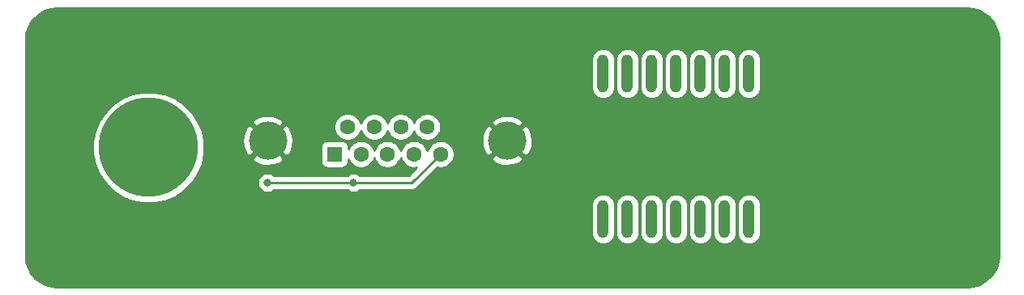
<source format=gbl>
G04 #@! TF.GenerationSoftware,KiCad,Pcbnew,(5.1.5-0)*
G04 #@! TF.CreationDate,2021-01-24T14:42:45-07:00*
G04 #@! TF.ProjectId,back_v3,6261636b-5f76-4332-9e6b-696361645f70,rev?*
G04 #@! TF.SameCoordinates,Original*
G04 #@! TF.FileFunction,Copper,L2,Bot*
G04 #@! TF.FilePolarity,Positive*
%FSLAX46Y46*%
G04 Gerber Fmt 4.6, Leading zero omitted, Abs format (unit mm)*
G04 Created by KiCad (PCBNEW (5.1.5-0)) date 2021-01-24 14:42:45*
%MOMM*%
%LPD*%
G04 APERTURE LIST*
%ADD10C,10.400000*%
%ADD11O,1.200000X4.000000*%
%ADD12C,4.000000*%
%ADD13C,1.600000*%
%ADD14R,1.600000X1.600000*%
%ADD15C,0.800000*%
%ADD16C,5.800000*%
%ADD17C,0.250000*%
%ADD18C,0.254000*%
G04 APERTURE END LIST*
D10*
X109565000Y-111315000D03*
D11*
X157080000Y-118820000D03*
X157080000Y-103580000D03*
X159620000Y-118820000D03*
X159620000Y-103580000D03*
X162160000Y-118820000D03*
X162160000Y-103580000D03*
X164700000Y-118820000D03*
X164700000Y-103580000D03*
X167240000Y-118820000D03*
X167240000Y-103580000D03*
X169780000Y-118820000D03*
X169780000Y-103580000D03*
X172320000Y-118820000D03*
X172320000Y-103580000D03*
D12*
X147040000Y-110580000D03*
X122040000Y-110580000D03*
D13*
X138695000Y-109160000D03*
X135925000Y-109160000D03*
X133155000Y-109160000D03*
X130385000Y-109160000D03*
X140080000Y-112000000D03*
X137310000Y-112000000D03*
X134540000Y-112000000D03*
X131770000Y-112000000D03*
D14*
X129000000Y-112000000D03*
D15*
X131000000Y-115000000D03*
X122000000Y-115000000D03*
D16*
X100000000Y-100000000D03*
X100000000Y-122630000D03*
X195130000Y-100000000D03*
X195130000Y-122630000D03*
D17*
X137080000Y-115000000D02*
X131000000Y-115000000D01*
X140080000Y-112000000D02*
X137080000Y-115000000D01*
X131000000Y-115000000D02*
X122000000Y-115000000D01*
D18*
G36*
X195765502Y-96790476D02*
G01*
X196376802Y-96975039D01*
X196940603Y-97274817D01*
X197435445Y-97678399D01*
X197842474Y-98170412D01*
X198146184Y-98732112D01*
X198335008Y-99342104D01*
X198405000Y-100008036D01*
X198405001Y-122597712D01*
X198339524Y-123265501D01*
X198154962Y-123876800D01*
X197855183Y-124440603D01*
X197451598Y-124935447D01*
X196959587Y-125342474D01*
X196397888Y-125646184D01*
X195787896Y-125835008D01*
X195121964Y-125905000D01*
X100032278Y-125905000D01*
X99364499Y-125839524D01*
X98753200Y-125654962D01*
X98189397Y-125355183D01*
X97694553Y-124951598D01*
X97287526Y-124459587D01*
X96983816Y-123897888D01*
X96794992Y-123287896D01*
X96725000Y-122621964D01*
X96725000Y-120280664D01*
X155845000Y-120280664D01*
X155862870Y-120462101D01*
X155933489Y-120694900D01*
X156048167Y-120909448D01*
X156202498Y-121097502D01*
X156390551Y-121251833D01*
X156605099Y-121366511D01*
X156837898Y-121437130D01*
X157080000Y-121460975D01*
X157322101Y-121437130D01*
X157554900Y-121366511D01*
X157769448Y-121251833D01*
X157957502Y-121097502D01*
X158111833Y-120909449D01*
X158226511Y-120694901D01*
X158297130Y-120462102D01*
X158315000Y-120280665D01*
X158315000Y-120280664D01*
X158385000Y-120280664D01*
X158402870Y-120462101D01*
X158473489Y-120694900D01*
X158588167Y-120909448D01*
X158742498Y-121097502D01*
X158930551Y-121251833D01*
X159145099Y-121366511D01*
X159377898Y-121437130D01*
X159620000Y-121460975D01*
X159862101Y-121437130D01*
X160094900Y-121366511D01*
X160309448Y-121251833D01*
X160497502Y-121097502D01*
X160651833Y-120909449D01*
X160766511Y-120694901D01*
X160837130Y-120462102D01*
X160855000Y-120280665D01*
X160855000Y-120280664D01*
X160925000Y-120280664D01*
X160942870Y-120462101D01*
X161013489Y-120694900D01*
X161128167Y-120909448D01*
X161282498Y-121097502D01*
X161470551Y-121251833D01*
X161685099Y-121366511D01*
X161917898Y-121437130D01*
X162160000Y-121460975D01*
X162402101Y-121437130D01*
X162634900Y-121366511D01*
X162849448Y-121251833D01*
X163037502Y-121097502D01*
X163191833Y-120909449D01*
X163306511Y-120694901D01*
X163377130Y-120462102D01*
X163395000Y-120280665D01*
X163395000Y-120280664D01*
X163465000Y-120280664D01*
X163482870Y-120462101D01*
X163553489Y-120694900D01*
X163668167Y-120909448D01*
X163822498Y-121097502D01*
X164010551Y-121251833D01*
X164225099Y-121366511D01*
X164457898Y-121437130D01*
X164700000Y-121460975D01*
X164942101Y-121437130D01*
X165174900Y-121366511D01*
X165389448Y-121251833D01*
X165577502Y-121097502D01*
X165731833Y-120909449D01*
X165846511Y-120694901D01*
X165917130Y-120462102D01*
X165935000Y-120280665D01*
X165935000Y-120280664D01*
X166005000Y-120280664D01*
X166022870Y-120462101D01*
X166093489Y-120694900D01*
X166208167Y-120909448D01*
X166362498Y-121097502D01*
X166550551Y-121251833D01*
X166765099Y-121366511D01*
X166997898Y-121437130D01*
X167240000Y-121460975D01*
X167482101Y-121437130D01*
X167714900Y-121366511D01*
X167929448Y-121251833D01*
X168117502Y-121097502D01*
X168271833Y-120909449D01*
X168386511Y-120694901D01*
X168457130Y-120462102D01*
X168475000Y-120280665D01*
X168475000Y-120280664D01*
X168545000Y-120280664D01*
X168562870Y-120462101D01*
X168633489Y-120694900D01*
X168748167Y-120909448D01*
X168902498Y-121097502D01*
X169090551Y-121251833D01*
X169305099Y-121366511D01*
X169537898Y-121437130D01*
X169780000Y-121460975D01*
X170022101Y-121437130D01*
X170254900Y-121366511D01*
X170469448Y-121251833D01*
X170657502Y-121097502D01*
X170811833Y-120909449D01*
X170926511Y-120694901D01*
X170997130Y-120462102D01*
X171015000Y-120280665D01*
X171015000Y-120280664D01*
X171085000Y-120280664D01*
X171102870Y-120462101D01*
X171173489Y-120694900D01*
X171288167Y-120909448D01*
X171442498Y-121097502D01*
X171630551Y-121251833D01*
X171845099Y-121366511D01*
X172077898Y-121437130D01*
X172320000Y-121460975D01*
X172562101Y-121437130D01*
X172794900Y-121366511D01*
X173009448Y-121251833D01*
X173197502Y-121097502D01*
X173351833Y-120909449D01*
X173466511Y-120694901D01*
X173537130Y-120462102D01*
X173555000Y-120280665D01*
X173555000Y-117359335D01*
X173537130Y-117177898D01*
X173466511Y-116945099D01*
X173351833Y-116730551D01*
X173197502Y-116542498D01*
X173009449Y-116388167D01*
X172794901Y-116273489D01*
X172562102Y-116202870D01*
X172320000Y-116179025D01*
X172077899Y-116202870D01*
X171845100Y-116273489D01*
X171630552Y-116388167D01*
X171442499Y-116542498D01*
X171288168Y-116730551D01*
X171173490Y-116945099D01*
X171102871Y-117177898D01*
X171085001Y-117359335D01*
X171085000Y-120280664D01*
X171015000Y-120280664D01*
X171015000Y-117359335D01*
X170997130Y-117177898D01*
X170926511Y-116945099D01*
X170811833Y-116730551D01*
X170657502Y-116542498D01*
X170469449Y-116388167D01*
X170254901Y-116273489D01*
X170022102Y-116202870D01*
X169780000Y-116179025D01*
X169537899Y-116202870D01*
X169305100Y-116273489D01*
X169090552Y-116388167D01*
X168902499Y-116542498D01*
X168748168Y-116730551D01*
X168633490Y-116945099D01*
X168562871Y-117177898D01*
X168545001Y-117359335D01*
X168545000Y-120280664D01*
X168475000Y-120280664D01*
X168475000Y-117359335D01*
X168457130Y-117177898D01*
X168386511Y-116945099D01*
X168271833Y-116730551D01*
X168117502Y-116542498D01*
X167929449Y-116388167D01*
X167714901Y-116273489D01*
X167482102Y-116202870D01*
X167240000Y-116179025D01*
X166997899Y-116202870D01*
X166765100Y-116273489D01*
X166550552Y-116388167D01*
X166362499Y-116542498D01*
X166208168Y-116730551D01*
X166093490Y-116945099D01*
X166022871Y-117177898D01*
X166005001Y-117359335D01*
X166005000Y-120280664D01*
X165935000Y-120280664D01*
X165935000Y-117359335D01*
X165917130Y-117177898D01*
X165846511Y-116945099D01*
X165731833Y-116730551D01*
X165577502Y-116542498D01*
X165389449Y-116388167D01*
X165174901Y-116273489D01*
X164942102Y-116202870D01*
X164700000Y-116179025D01*
X164457899Y-116202870D01*
X164225100Y-116273489D01*
X164010552Y-116388167D01*
X163822499Y-116542498D01*
X163668168Y-116730551D01*
X163553490Y-116945099D01*
X163482871Y-117177898D01*
X163465001Y-117359335D01*
X163465000Y-120280664D01*
X163395000Y-120280664D01*
X163395000Y-117359335D01*
X163377130Y-117177898D01*
X163306511Y-116945099D01*
X163191833Y-116730551D01*
X163037502Y-116542498D01*
X162849449Y-116388167D01*
X162634901Y-116273489D01*
X162402102Y-116202870D01*
X162160000Y-116179025D01*
X161917899Y-116202870D01*
X161685100Y-116273489D01*
X161470552Y-116388167D01*
X161282499Y-116542498D01*
X161128168Y-116730551D01*
X161013490Y-116945099D01*
X160942871Y-117177898D01*
X160925001Y-117359335D01*
X160925000Y-120280664D01*
X160855000Y-120280664D01*
X160855000Y-117359335D01*
X160837130Y-117177898D01*
X160766511Y-116945099D01*
X160651833Y-116730551D01*
X160497502Y-116542498D01*
X160309449Y-116388167D01*
X160094901Y-116273489D01*
X159862102Y-116202870D01*
X159620000Y-116179025D01*
X159377899Y-116202870D01*
X159145100Y-116273489D01*
X158930552Y-116388167D01*
X158742499Y-116542498D01*
X158588168Y-116730551D01*
X158473490Y-116945099D01*
X158402871Y-117177898D01*
X158385001Y-117359335D01*
X158385000Y-120280664D01*
X158315000Y-120280664D01*
X158315000Y-117359335D01*
X158297130Y-117177898D01*
X158226511Y-116945099D01*
X158111833Y-116730551D01*
X157957502Y-116542498D01*
X157769449Y-116388167D01*
X157554901Y-116273489D01*
X157322102Y-116202870D01*
X157080000Y-116179025D01*
X156837899Y-116202870D01*
X156605100Y-116273489D01*
X156390552Y-116388167D01*
X156202499Y-116542498D01*
X156048168Y-116730551D01*
X155933490Y-116945099D01*
X155862871Y-117177898D01*
X155845001Y-117359335D01*
X155845000Y-120280664D01*
X96725000Y-120280664D01*
X96725000Y-110740303D01*
X103730000Y-110740303D01*
X103730000Y-111889697D01*
X103954236Y-113017007D01*
X104394090Y-114078909D01*
X105032660Y-115034596D01*
X105845404Y-115847340D01*
X106801091Y-116485910D01*
X107862993Y-116925764D01*
X108990303Y-117150000D01*
X110139697Y-117150000D01*
X111267007Y-116925764D01*
X112328909Y-116485910D01*
X113284596Y-115847340D01*
X114097340Y-115034596D01*
X114188569Y-114898061D01*
X120965000Y-114898061D01*
X120965000Y-115101939D01*
X121004774Y-115301898D01*
X121082795Y-115490256D01*
X121196063Y-115659774D01*
X121340226Y-115803937D01*
X121509744Y-115917205D01*
X121698102Y-115995226D01*
X121898061Y-116035000D01*
X122101939Y-116035000D01*
X122301898Y-115995226D01*
X122490256Y-115917205D01*
X122659774Y-115803937D01*
X122703711Y-115760000D01*
X130296289Y-115760000D01*
X130340226Y-115803937D01*
X130509744Y-115917205D01*
X130698102Y-115995226D01*
X130898061Y-116035000D01*
X131101939Y-116035000D01*
X131301898Y-115995226D01*
X131490256Y-115917205D01*
X131659774Y-115803937D01*
X131703711Y-115760000D01*
X137042678Y-115760000D01*
X137080000Y-115763676D01*
X137117322Y-115760000D01*
X137117333Y-115760000D01*
X137228986Y-115749003D01*
X137372247Y-115705546D01*
X137504276Y-115634974D01*
X137620001Y-115540001D01*
X137643804Y-115510997D01*
X139756114Y-113398688D01*
X139938665Y-113435000D01*
X140221335Y-113435000D01*
X140498574Y-113379853D01*
X140759727Y-113271680D01*
X140994759Y-113114637D01*
X141194637Y-112914759D01*
X141351680Y-112679727D01*
X141456156Y-112427499D01*
X145372106Y-112427499D01*
X145588228Y-112794258D01*
X146048105Y-113034938D01*
X146546098Y-113181275D01*
X147063071Y-113227648D01*
X147579159Y-113172273D01*
X148074526Y-113017279D01*
X148491772Y-112794258D01*
X148707894Y-112427499D01*
X147040000Y-110759605D01*
X145372106Y-112427499D01*
X141456156Y-112427499D01*
X141459853Y-112418574D01*
X141515000Y-112141335D01*
X141515000Y-111858665D01*
X141459853Y-111581426D01*
X141351680Y-111320273D01*
X141194637Y-111085241D01*
X140994759Y-110885363D01*
X140759727Y-110728320D01*
X140498574Y-110620147D01*
X140412729Y-110603071D01*
X144392352Y-110603071D01*
X144447727Y-111119159D01*
X144602721Y-111614526D01*
X144825742Y-112031772D01*
X145192501Y-112247894D01*
X146860395Y-110580000D01*
X147219605Y-110580000D01*
X148887499Y-112247894D01*
X149254258Y-112031772D01*
X149494938Y-111571895D01*
X149641275Y-111073902D01*
X149687648Y-110556929D01*
X149632273Y-110040841D01*
X149477279Y-109545474D01*
X149254258Y-109128228D01*
X148887499Y-108912106D01*
X147219605Y-110580000D01*
X146860395Y-110580000D01*
X145192501Y-108912106D01*
X144825742Y-109128228D01*
X144585062Y-109588105D01*
X144438725Y-110086098D01*
X144392352Y-110603071D01*
X140412729Y-110603071D01*
X140221335Y-110565000D01*
X139938665Y-110565000D01*
X139661426Y-110620147D01*
X139400273Y-110728320D01*
X139165241Y-110885363D01*
X138965363Y-111085241D01*
X138808320Y-111320273D01*
X138700147Y-111581426D01*
X138695000Y-111607301D01*
X138689853Y-111581426D01*
X138581680Y-111320273D01*
X138424637Y-111085241D01*
X138224759Y-110885363D01*
X137989727Y-110728320D01*
X137728574Y-110620147D01*
X137451335Y-110565000D01*
X137168665Y-110565000D01*
X136891426Y-110620147D01*
X136630273Y-110728320D01*
X136395241Y-110885363D01*
X136195363Y-111085241D01*
X136038320Y-111320273D01*
X135930147Y-111581426D01*
X135925000Y-111607301D01*
X135919853Y-111581426D01*
X135811680Y-111320273D01*
X135654637Y-111085241D01*
X135454759Y-110885363D01*
X135219727Y-110728320D01*
X134958574Y-110620147D01*
X134681335Y-110565000D01*
X134398665Y-110565000D01*
X134121426Y-110620147D01*
X133860273Y-110728320D01*
X133625241Y-110885363D01*
X133425363Y-111085241D01*
X133268320Y-111320273D01*
X133160147Y-111581426D01*
X133155000Y-111607301D01*
X133149853Y-111581426D01*
X133041680Y-111320273D01*
X132884637Y-111085241D01*
X132684759Y-110885363D01*
X132449727Y-110728320D01*
X132188574Y-110620147D01*
X131911335Y-110565000D01*
X131628665Y-110565000D01*
X131351426Y-110620147D01*
X131090273Y-110728320D01*
X130855241Y-110885363D01*
X130655363Y-111085241D01*
X130498320Y-111320273D01*
X130438072Y-111465725D01*
X130438072Y-111200000D01*
X130425812Y-111075518D01*
X130389502Y-110955820D01*
X130330537Y-110845506D01*
X130251185Y-110748815D01*
X130154494Y-110669463D01*
X130044180Y-110610498D01*
X129924482Y-110574188D01*
X129800000Y-110561928D01*
X128200000Y-110561928D01*
X128075518Y-110574188D01*
X127955820Y-110610498D01*
X127845506Y-110669463D01*
X127748815Y-110748815D01*
X127669463Y-110845506D01*
X127610498Y-110955820D01*
X127574188Y-111075518D01*
X127561928Y-111200000D01*
X127561928Y-112800000D01*
X127574188Y-112924482D01*
X127610498Y-113044180D01*
X127669463Y-113154494D01*
X127748815Y-113251185D01*
X127845506Y-113330537D01*
X127955820Y-113389502D01*
X128075518Y-113425812D01*
X128200000Y-113438072D01*
X129800000Y-113438072D01*
X129924482Y-113425812D01*
X130044180Y-113389502D01*
X130154494Y-113330537D01*
X130251185Y-113251185D01*
X130330537Y-113154494D01*
X130389502Y-113044180D01*
X130425812Y-112924482D01*
X130438072Y-112800000D01*
X130438072Y-112534275D01*
X130498320Y-112679727D01*
X130655363Y-112914759D01*
X130855241Y-113114637D01*
X131090273Y-113271680D01*
X131351426Y-113379853D01*
X131628665Y-113435000D01*
X131911335Y-113435000D01*
X132188574Y-113379853D01*
X132449727Y-113271680D01*
X132684759Y-113114637D01*
X132884637Y-112914759D01*
X133041680Y-112679727D01*
X133149853Y-112418574D01*
X133155000Y-112392699D01*
X133160147Y-112418574D01*
X133268320Y-112679727D01*
X133425363Y-112914759D01*
X133625241Y-113114637D01*
X133860273Y-113271680D01*
X134121426Y-113379853D01*
X134398665Y-113435000D01*
X134681335Y-113435000D01*
X134958574Y-113379853D01*
X135219727Y-113271680D01*
X135454759Y-113114637D01*
X135654637Y-112914759D01*
X135811680Y-112679727D01*
X135919853Y-112418574D01*
X135925000Y-112392699D01*
X135930147Y-112418574D01*
X136038320Y-112679727D01*
X136195363Y-112914759D01*
X136395241Y-113114637D01*
X136630273Y-113271680D01*
X136891426Y-113379853D01*
X137168665Y-113435000D01*
X137451335Y-113435000D01*
X137599713Y-113405485D01*
X136765199Y-114240000D01*
X131703711Y-114240000D01*
X131659774Y-114196063D01*
X131490256Y-114082795D01*
X131301898Y-114004774D01*
X131101939Y-113965000D01*
X130898061Y-113965000D01*
X130698102Y-114004774D01*
X130509744Y-114082795D01*
X130340226Y-114196063D01*
X130296289Y-114240000D01*
X122703711Y-114240000D01*
X122659774Y-114196063D01*
X122490256Y-114082795D01*
X122301898Y-114004774D01*
X122101939Y-113965000D01*
X121898061Y-113965000D01*
X121698102Y-114004774D01*
X121509744Y-114082795D01*
X121340226Y-114196063D01*
X121196063Y-114340226D01*
X121082795Y-114509744D01*
X121004774Y-114698102D01*
X120965000Y-114898061D01*
X114188569Y-114898061D01*
X114735910Y-114078909D01*
X115175764Y-113017007D01*
X115293024Y-112427499D01*
X120372106Y-112427499D01*
X120588228Y-112794258D01*
X121048105Y-113034938D01*
X121546098Y-113181275D01*
X122063071Y-113227648D01*
X122579159Y-113172273D01*
X123074526Y-113017279D01*
X123491772Y-112794258D01*
X123707894Y-112427499D01*
X122040000Y-110759605D01*
X120372106Y-112427499D01*
X115293024Y-112427499D01*
X115400000Y-111889697D01*
X115400000Y-110740303D01*
X115372703Y-110603071D01*
X119392352Y-110603071D01*
X119447727Y-111119159D01*
X119602721Y-111614526D01*
X119825742Y-112031772D01*
X120192501Y-112247894D01*
X121860395Y-110580000D01*
X122219605Y-110580000D01*
X123887499Y-112247894D01*
X124254258Y-112031772D01*
X124494938Y-111571895D01*
X124641275Y-111073902D01*
X124687648Y-110556929D01*
X124632273Y-110040841D01*
X124477279Y-109545474D01*
X124254258Y-109128228D01*
X124068330Y-109018665D01*
X128950000Y-109018665D01*
X128950000Y-109301335D01*
X129005147Y-109578574D01*
X129113320Y-109839727D01*
X129270363Y-110074759D01*
X129470241Y-110274637D01*
X129705273Y-110431680D01*
X129966426Y-110539853D01*
X130243665Y-110595000D01*
X130526335Y-110595000D01*
X130803574Y-110539853D01*
X131064727Y-110431680D01*
X131299759Y-110274637D01*
X131499637Y-110074759D01*
X131656680Y-109839727D01*
X131764853Y-109578574D01*
X131770000Y-109552699D01*
X131775147Y-109578574D01*
X131883320Y-109839727D01*
X132040363Y-110074759D01*
X132240241Y-110274637D01*
X132475273Y-110431680D01*
X132736426Y-110539853D01*
X133013665Y-110595000D01*
X133296335Y-110595000D01*
X133573574Y-110539853D01*
X133834727Y-110431680D01*
X134069759Y-110274637D01*
X134269637Y-110074759D01*
X134426680Y-109839727D01*
X134534853Y-109578574D01*
X134540000Y-109552699D01*
X134545147Y-109578574D01*
X134653320Y-109839727D01*
X134810363Y-110074759D01*
X135010241Y-110274637D01*
X135245273Y-110431680D01*
X135506426Y-110539853D01*
X135783665Y-110595000D01*
X136066335Y-110595000D01*
X136343574Y-110539853D01*
X136604727Y-110431680D01*
X136839759Y-110274637D01*
X137039637Y-110074759D01*
X137196680Y-109839727D01*
X137304853Y-109578574D01*
X137310000Y-109552699D01*
X137315147Y-109578574D01*
X137423320Y-109839727D01*
X137580363Y-110074759D01*
X137780241Y-110274637D01*
X138015273Y-110431680D01*
X138276426Y-110539853D01*
X138553665Y-110595000D01*
X138836335Y-110595000D01*
X139113574Y-110539853D01*
X139374727Y-110431680D01*
X139609759Y-110274637D01*
X139809637Y-110074759D01*
X139966680Y-109839727D01*
X140074853Y-109578574D01*
X140130000Y-109301335D01*
X140130000Y-109018665D01*
X140074853Y-108741426D01*
X140071157Y-108732501D01*
X145372106Y-108732501D01*
X147040000Y-110400395D01*
X148707894Y-108732501D01*
X148491772Y-108365742D01*
X148031895Y-108125062D01*
X147533902Y-107978725D01*
X147016929Y-107932352D01*
X146500841Y-107987727D01*
X146005474Y-108142721D01*
X145588228Y-108365742D01*
X145372106Y-108732501D01*
X140071157Y-108732501D01*
X139966680Y-108480273D01*
X139809637Y-108245241D01*
X139609759Y-108045363D01*
X139374727Y-107888320D01*
X139113574Y-107780147D01*
X138836335Y-107725000D01*
X138553665Y-107725000D01*
X138276426Y-107780147D01*
X138015273Y-107888320D01*
X137780241Y-108045363D01*
X137580363Y-108245241D01*
X137423320Y-108480273D01*
X137315147Y-108741426D01*
X137310000Y-108767301D01*
X137304853Y-108741426D01*
X137196680Y-108480273D01*
X137039637Y-108245241D01*
X136839759Y-108045363D01*
X136604727Y-107888320D01*
X136343574Y-107780147D01*
X136066335Y-107725000D01*
X135783665Y-107725000D01*
X135506426Y-107780147D01*
X135245273Y-107888320D01*
X135010241Y-108045363D01*
X134810363Y-108245241D01*
X134653320Y-108480273D01*
X134545147Y-108741426D01*
X134540000Y-108767301D01*
X134534853Y-108741426D01*
X134426680Y-108480273D01*
X134269637Y-108245241D01*
X134069759Y-108045363D01*
X133834727Y-107888320D01*
X133573574Y-107780147D01*
X133296335Y-107725000D01*
X133013665Y-107725000D01*
X132736426Y-107780147D01*
X132475273Y-107888320D01*
X132240241Y-108045363D01*
X132040363Y-108245241D01*
X131883320Y-108480273D01*
X131775147Y-108741426D01*
X131770000Y-108767301D01*
X131764853Y-108741426D01*
X131656680Y-108480273D01*
X131499637Y-108245241D01*
X131299759Y-108045363D01*
X131064727Y-107888320D01*
X130803574Y-107780147D01*
X130526335Y-107725000D01*
X130243665Y-107725000D01*
X129966426Y-107780147D01*
X129705273Y-107888320D01*
X129470241Y-108045363D01*
X129270363Y-108245241D01*
X129113320Y-108480273D01*
X129005147Y-108741426D01*
X128950000Y-109018665D01*
X124068330Y-109018665D01*
X123887499Y-108912106D01*
X122219605Y-110580000D01*
X121860395Y-110580000D01*
X120192501Y-108912106D01*
X119825742Y-109128228D01*
X119585062Y-109588105D01*
X119438725Y-110086098D01*
X119392352Y-110603071D01*
X115372703Y-110603071D01*
X115175764Y-109612993D01*
X114811053Y-108732501D01*
X120372106Y-108732501D01*
X122040000Y-110400395D01*
X123707894Y-108732501D01*
X123491772Y-108365742D01*
X123031895Y-108125062D01*
X122533902Y-107978725D01*
X122016929Y-107932352D01*
X121500841Y-107987727D01*
X121005474Y-108142721D01*
X120588228Y-108365742D01*
X120372106Y-108732501D01*
X114811053Y-108732501D01*
X114735910Y-108551091D01*
X114097340Y-107595404D01*
X113284596Y-106782660D01*
X112328909Y-106144090D01*
X111267007Y-105704236D01*
X110139697Y-105480000D01*
X108990303Y-105480000D01*
X107862993Y-105704236D01*
X106801091Y-106144090D01*
X105845404Y-106782660D01*
X105032660Y-107595404D01*
X104394090Y-108551091D01*
X103954236Y-109612993D01*
X103730000Y-110740303D01*
X96725000Y-110740303D01*
X96725000Y-105040664D01*
X155845000Y-105040664D01*
X155862870Y-105222101D01*
X155933489Y-105454900D01*
X156048167Y-105669448D01*
X156202498Y-105857502D01*
X156390551Y-106011833D01*
X156605099Y-106126511D01*
X156837898Y-106197130D01*
X157080000Y-106220975D01*
X157322101Y-106197130D01*
X157554900Y-106126511D01*
X157769448Y-106011833D01*
X157957502Y-105857502D01*
X158111833Y-105669449D01*
X158226511Y-105454901D01*
X158297130Y-105222102D01*
X158315000Y-105040665D01*
X158315000Y-105040664D01*
X158385000Y-105040664D01*
X158402870Y-105222101D01*
X158473489Y-105454900D01*
X158588167Y-105669448D01*
X158742498Y-105857502D01*
X158930551Y-106011833D01*
X159145099Y-106126511D01*
X159377898Y-106197130D01*
X159620000Y-106220975D01*
X159862101Y-106197130D01*
X160094900Y-106126511D01*
X160309448Y-106011833D01*
X160497502Y-105857502D01*
X160651833Y-105669449D01*
X160766511Y-105454901D01*
X160837130Y-105222102D01*
X160855000Y-105040665D01*
X160855000Y-105040664D01*
X160925000Y-105040664D01*
X160942870Y-105222101D01*
X161013489Y-105454900D01*
X161128167Y-105669448D01*
X161282498Y-105857502D01*
X161470551Y-106011833D01*
X161685099Y-106126511D01*
X161917898Y-106197130D01*
X162160000Y-106220975D01*
X162402101Y-106197130D01*
X162634900Y-106126511D01*
X162849448Y-106011833D01*
X163037502Y-105857502D01*
X163191833Y-105669449D01*
X163306511Y-105454901D01*
X163377130Y-105222102D01*
X163395000Y-105040665D01*
X163395000Y-105040664D01*
X163465000Y-105040664D01*
X163482870Y-105222101D01*
X163553489Y-105454900D01*
X163668167Y-105669448D01*
X163822498Y-105857502D01*
X164010551Y-106011833D01*
X164225099Y-106126511D01*
X164457898Y-106197130D01*
X164700000Y-106220975D01*
X164942101Y-106197130D01*
X165174900Y-106126511D01*
X165389448Y-106011833D01*
X165577502Y-105857502D01*
X165731833Y-105669449D01*
X165846511Y-105454901D01*
X165917130Y-105222102D01*
X165935000Y-105040665D01*
X165935000Y-105040664D01*
X166005000Y-105040664D01*
X166022870Y-105222101D01*
X166093489Y-105454900D01*
X166208167Y-105669448D01*
X166362498Y-105857502D01*
X166550551Y-106011833D01*
X166765099Y-106126511D01*
X166997898Y-106197130D01*
X167240000Y-106220975D01*
X167482101Y-106197130D01*
X167714900Y-106126511D01*
X167929448Y-106011833D01*
X168117502Y-105857502D01*
X168271833Y-105669449D01*
X168386511Y-105454901D01*
X168457130Y-105222102D01*
X168475000Y-105040665D01*
X168475000Y-105040664D01*
X168545000Y-105040664D01*
X168562870Y-105222101D01*
X168633489Y-105454900D01*
X168748167Y-105669448D01*
X168902498Y-105857502D01*
X169090551Y-106011833D01*
X169305099Y-106126511D01*
X169537898Y-106197130D01*
X169780000Y-106220975D01*
X170022101Y-106197130D01*
X170254900Y-106126511D01*
X170469448Y-106011833D01*
X170657502Y-105857502D01*
X170811833Y-105669449D01*
X170926511Y-105454901D01*
X170997130Y-105222102D01*
X171015000Y-105040665D01*
X171015000Y-105040664D01*
X171085000Y-105040664D01*
X171102870Y-105222101D01*
X171173489Y-105454900D01*
X171288167Y-105669448D01*
X171442498Y-105857502D01*
X171630551Y-106011833D01*
X171845099Y-106126511D01*
X172077898Y-106197130D01*
X172320000Y-106220975D01*
X172562101Y-106197130D01*
X172794900Y-106126511D01*
X173009448Y-106011833D01*
X173197502Y-105857502D01*
X173351833Y-105669449D01*
X173466511Y-105454901D01*
X173537130Y-105222102D01*
X173555000Y-105040665D01*
X173555000Y-102119335D01*
X173537130Y-101937898D01*
X173466511Y-101705099D01*
X173351833Y-101490551D01*
X173197502Y-101302498D01*
X173009449Y-101148167D01*
X172794901Y-101033489D01*
X172562102Y-100962870D01*
X172320000Y-100939025D01*
X172077899Y-100962870D01*
X171845100Y-101033489D01*
X171630552Y-101148167D01*
X171442499Y-101302498D01*
X171288168Y-101490551D01*
X171173490Y-101705099D01*
X171102871Y-101937898D01*
X171085001Y-102119335D01*
X171085000Y-105040664D01*
X171015000Y-105040664D01*
X171015000Y-102119335D01*
X170997130Y-101937898D01*
X170926511Y-101705099D01*
X170811833Y-101490551D01*
X170657502Y-101302498D01*
X170469449Y-101148167D01*
X170254901Y-101033489D01*
X170022102Y-100962870D01*
X169780000Y-100939025D01*
X169537899Y-100962870D01*
X169305100Y-101033489D01*
X169090552Y-101148167D01*
X168902499Y-101302498D01*
X168748168Y-101490551D01*
X168633490Y-101705099D01*
X168562871Y-101937898D01*
X168545001Y-102119335D01*
X168545000Y-105040664D01*
X168475000Y-105040664D01*
X168475000Y-102119335D01*
X168457130Y-101937898D01*
X168386511Y-101705099D01*
X168271833Y-101490551D01*
X168117502Y-101302498D01*
X167929449Y-101148167D01*
X167714901Y-101033489D01*
X167482102Y-100962870D01*
X167240000Y-100939025D01*
X166997899Y-100962870D01*
X166765100Y-101033489D01*
X166550552Y-101148167D01*
X166362499Y-101302498D01*
X166208168Y-101490551D01*
X166093490Y-101705099D01*
X166022871Y-101937898D01*
X166005001Y-102119335D01*
X166005000Y-105040664D01*
X165935000Y-105040664D01*
X165935000Y-102119335D01*
X165917130Y-101937898D01*
X165846511Y-101705099D01*
X165731833Y-101490551D01*
X165577502Y-101302498D01*
X165389449Y-101148167D01*
X165174901Y-101033489D01*
X164942102Y-100962870D01*
X164700000Y-100939025D01*
X164457899Y-100962870D01*
X164225100Y-101033489D01*
X164010552Y-101148167D01*
X163822499Y-101302498D01*
X163668168Y-101490551D01*
X163553490Y-101705099D01*
X163482871Y-101937898D01*
X163465001Y-102119335D01*
X163465000Y-105040664D01*
X163395000Y-105040664D01*
X163395000Y-102119335D01*
X163377130Y-101937898D01*
X163306511Y-101705099D01*
X163191833Y-101490551D01*
X163037502Y-101302498D01*
X162849449Y-101148167D01*
X162634901Y-101033489D01*
X162402102Y-100962870D01*
X162160000Y-100939025D01*
X161917899Y-100962870D01*
X161685100Y-101033489D01*
X161470552Y-101148167D01*
X161282499Y-101302498D01*
X161128168Y-101490551D01*
X161013490Y-101705099D01*
X160942871Y-101937898D01*
X160925001Y-102119335D01*
X160925000Y-105040664D01*
X160855000Y-105040664D01*
X160855000Y-102119335D01*
X160837130Y-101937898D01*
X160766511Y-101705099D01*
X160651833Y-101490551D01*
X160497502Y-101302498D01*
X160309449Y-101148167D01*
X160094901Y-101033489D01*
X159862102Y-100962870D01*
X159620000Y-100939025D01*
X159377899Y-100962870D01*
X159145100Y-101033489D01*
X158930552Y-101148167D01*
X158742499Y-101302498D01*
X158588168Y-101490551D01*
X158473490Y-101705099D01*
X158402871Y-101937898D01*
X158385001Y-102119335D01*
X158385000Y-105040664D01*
X158315000Y-105040664D01*
X158315000Y-102119335D01*
X158297130Y-101937898D01*
X158226511Y-101705099D01*
X158111833Y-101490551D01*
X157957502Y-101302498D01*
X157769449Y-101148167D01*
X157554901Y-101033489D01*
X157322102Y-100962870D01*
X157080000Y-100939025D01*
X156837899Y-100962870D01*
X156605100Y-101033489D01*
X156390552Y-101148167D01*
X156202499Y-101302498D01*
X156048168Y-101490551D01*
X155933490Y-101705099D01*
X155862871Y-101937898D01*
X155845001Y-102119335D01*
X155845000Y-105040664D01*
X96725000Y-105040664D01*
X96725000Y-100032278D01*
X96790476Y-99364498D01*
X96975039Y-98753198D01*
X97274817Y-98189397D01*
X97678399Y-97694555D01*
X98170412Y-97287526D01*
X98732112Y-96983816D01*
X99342104Y-96794992D01*
X100008036Y-96725000D01*
X195097722Y-96725000D01*
X195765502Y-96790476D01*
G37*
X195765502Y-96790476D02*
X196376802Y-96975039D01*
X196940603Y-97274817D01*
X197435445Y-97678399D01*
X197842474Y-98170412D01*
X198146184Y-98732112D01*
X198335008Y-99342104D01*
X198405000Y-100008036D01*
X198405001Y-122597712D01*
X198339524Y-123265501D01*
X198154962Y-123876800D01*
X197855183Y-124440603D01*
X197451598Y-124935447D01*
X196959587Y-125342474D01*
X196397888Y-125646184D01*
X195787896Y-125835008D01*
X195121964Y-125905000D01*
X100032278Y-125905000D01*
X99364499Y-125839524D01*
X98753200Y-125654962D01*
X98189397Y-125355183D01*
X97694553Y-124951598D01*
X97287526Y-124459587D01*
X96983816Y-123897888D01*
X96794992Y-123287896D01*
X96725000Y-122621964D01*
X96725000Y-120280664D01*
X155845000Y-120280664D01*
X155862870Y-120462101D01*
X155933489Y-120694900D01*
X156048167Y-120909448D01*
X156202498Y-121097502D01*
X156390551Y-121251833D01*
X156605099Y-121366511D01*
X156837898Y-121437130D01*
X157080000Y-121460975D01*
X157322101Y-121437130D01*
X157554900Y-121366511D01*
X157769448Y-121251833D01*
X157957502Y-121097502D01*
X158111833Y-120909449D01*
X158226511Y-120694901D01*
X158297130Y-120462102D01*
X158315000Y-120280665D01*
X158315000Y-120280664D01*
X158385000Y-120280664D01*
X158402870Y-120462101D01*
X158473489Y-120694900D01*
X158588167Y-120909448D01*
X158742498Y-121097502D01*
X158930551Y-121251833D01*
X159145099Y-121366511D01*
X159377898Y-121437130D01*
X159620000Y-121460975D01*
X159862101Y-121437130D01*
X160094900Y-121366511D01*
X160309448Y-121251833D01*
X160497502Y-121097502D01*
X160651833Y-120909449D01*
X160766511Y-120694901D01*
X160837130Y-120462102D01*
X160855000Y-120280665D01*
X160855000Y-120280664D01*
X160925000Y-120280664D01*
X160942870Y-120462101D01*
X161013489Y-120694900D01*
X161128167Y-120909448D01*
X161282498Y-121097502D01*
X161470551Y-121251833D01*
X161685099Y-121366511D01*
X161917898Y-121437130D01*
X162160000Y-121460975D01*
X162402101Y-121437130D01*
X162634900Y-121366511D01*
X162849448Y-121251833D01*
X163037502Y-121097502D01*
X163191833Y-120909449D01*
X163306511Y-120694901D01*
X163377130Y-120462102D01*
X163395000Y-120280665D01*
X163395000Y-120280664D01*
X163465000Y-120280664D01*
X163482870Y-120462101D01*
X163553489Y-120694900D01*
X163668167Y-120909448D01*
X163822498Y-121097502D01*
X164010551Y-121251833D01*
X164225099Y-121366511D01*
X164457898Y-121437130D01*
X164700000Y-121460975D01*
X164942101Y-121437130D01*
X165174900Y-121366511D01*
X165389448Y-121251833D01*
X165577502Y-121097502D01*
X165731833Y-120909449D01*
X165846511Y-120694901D01*
X165917130Y-120462102D01*
X165935000Y-120280665D01*
X165935000Y-120280664D01*
X166005000Y-120280664D01*
X166022870Y-120462101D01*
X166093489Y-120694900D01*
X166208167Y-120909448D01*
X166362498Y-121097502D01*
X166550551Y-121251833D01*
X166765099Y-121366511D01*
X166997898Y-121437130D01*
X167240000Y-121460975D01*
X167482101Y-121437130D01*
X167714900Y-121366511D01*
X167929448Y-121251833D01*
X168117502Y-121097502D01*
X168271833Y-120909449D01*
X168386511Y-120694901D01*
X168457130Y-120462102D01*
X168475000Y-120280665D01*
X168475000Y-120280664D01*
X168545000Y-120280664D01*
X168562870Y-120462101D01*
X168633489Y-120694900D01*
X168748167Y-120909448D01*
X168902498Y-121097502D01*
X169090551Y-121251833D01*
X169305099Y-121366511D01*
X169537898Y-121437130D01*
X169780000Y-121460975D01*
X170022101Y-121437130D01*
X170254900Y-121366511D01*
X170469448Y-121251833D01*
X170657502Y-121097502D01*
X170811833Y-120909449D01*
X170926511Y-120694901D01*
X170997130Y-120462102D01*
X171015000Y-120280665D01*
X171015000Y-120280664D01*
X171085000Y-120280664D01*
X171102870Y-120462101D01*
X171173489Y-120694900D01*
X171288167Y-120909448D01*
X171442498Y-121097502D01*
X171630551Y-121251833D01*
X171845099Y-121366511D01*
X172077898Y-121437130D01*
X172320000Y-121460975D01*
X172562101Y-121437130D01*
X172794900Y-121366511D01*
X173009448Y-121251833D01*
X173197502Y-121097502D01*
X173351833Y-120909449D01*
X173466511Y-120694901D01*
X173537130Y-120462102D01*
X173555000Y-120280665D01*
X173555000Y-117359335D01*
X173537130Y-117177898D01*
X173466511Y-116945099D01*
X173351833Y-116730551D01*
X173197502Y-116542498D01*
X173009449Y-116388167D01*
X172794901Y-116273489D01*
X172562102Y-116202870D01*
X172320000Y-116179025D01*
X172077899Y-116202870D01*
X171845100Y-116273489D01*
X171630552Y-116388167D01*
X171442499Y-116542498D01*
X171288168Y-116730551D01*
X171173490Y-116945099D01*
X171102871Y-117177898D01*
X171085001Y-117359335D01*
X171085000Y-120280664D01*
X171015000Y-120280664D01*
X171015000Y-117359335D01*
X170997130Y-117177898D01*
X170926511Y-116945099D01*
X170811833Y-116730551D01*
X170657502Y-116542498D01*
X170469449Y-116388167D01*
X170254901Y-116273489D01*
X170022102Y-116202870D01*
X169780000Y-116179025D01*
X169537899Y-116202870D01*
X169305100Y-116273489D01*
X169090552Y-116388167D01*
X168902499Y-116542498D01*
X168748168Y-116730551D01*
X168633490Y-116945099D01*
X168562871Y-117177898D01*
X168545001Y-117359335D01*
X168545000Y-120280664D01*
X168475000Y-120280664D01*
X168475000Y-117359335D01*
X168457130Y-117177898D01*
X168386511Y-116945099D01*
X168271833Y-116730551D01*
X168117502Y-116542498D01*
X167929449Y-116388167D01*
X167714901Y-116273489D01*
X167482102Y-116202870D01*
X167240000Y-116179025D01*
X166997899Y-116202870D01*
X166765100Y-116273489D01*
X166550552Y-116388167D01*
X166362499Y-116542498D01*
X166208168Y-116730551D01*
X166093490Y-116945099D01*
X166022871Y-117177898D01*
X166005001Y-117359335D01*
X166005000Y-120280664D01*
X165935000Y-120280664D01*
X165935000Y-117359335D01*
X165917130Y-117177898D01*
X165846511Y-116945099D01*
X165731833Y-116730551D01*
X165577502Y-116542498D01*
X165389449Y-116388167D01*
X165174901Y-116273489D01*
X164942102Y-116202870D01*
X164700000Y-116179025D01*
X164457899Y-116202870D01*
X164225100Y-116273489D01*
X164010552Y-116388167D01*
X163822499Y-116542498D01*
X163668168Y-116730551D01*
X163553490Y-116945099D01*
X163482871Y-117177898D01*
X163465001Y-117359335D01*
X163465000Y-120280664D01*
X163395000Y-120280664D01*
X163395000Y-117359335D01*
X163377130Y-117177898D01*
X163306511Y-116945099D01*
X163191833Y-116730551D01*
X163037502Y-116542498D01*
X162849449Y-116388167D01*
X162634901Y-116273489D01*
X162402102Y-116202870D01*
X162160000Y-116179025D01*
X161917899Y-116202870D01*
X161685100Y-116273489D01*
X161470552Y-116388167D01*
X161282499Y-116542498D01*
X161128168Y-116730551D01*
X161013490Y-116945099D01*
X160942871Y-117177898D01*
X160925001Y-117359335D01*
X160925000Y-120280664D01*
X160855000Y-120280664D01*
X160855000Y-117359335D01*
X160837130Y-117177898D01*
X160766511Y-116945099D01*
X160651833Y-116730551D01*
X160497502Y-116542498D01*
X160309449Y-116388167D01*
X160094901Y-116273489D01*
X159862102Y-116202870D01*
X159620000Y-116179025D01*
X159377899Y-116202870D01*
X159145100Y-116273489D01*
X158930552Y-116388167D01*
X158742499Y-116542498D01*
X158588168Y-116730551D01*
X158473490Y-116945099D01*
X158402871Y-117177898D01*
X158385001Y-117359335D01*
X158385000Y-120280664D01*
X158315000Y-120280664D01*
X158315000Y-117359335D01*
X158297130Y-117177898D01*
X158226511Y-116945099D01*
X158111833Y-116730551D01*
X157957502Y-116542498D01*
X157769449Y-116388167D01*
X157554901Y-116273489D01*
X157322102Y-116202870D01*
X157080000Y-116179025D01*
X156837899Y-116202870D01*
X156605100Y-116273489D01*
X156390552Y-116388167D01*
X156202499Y-116542498D01*
X156048168Y-116730551D01*
X155933490Y-116945099D01*
X155862871Y-117177898D01*
X155845001Y-117359335D01*
X155845000Y-120280664D01*
X96725000Y-120280664D01*
X96725000Y-110740303D01*
X103730000Y-110740303D01*
X103730000Y-111889697D01*
X103954236Y-113017007D01*
X104394090Y-114078909D01*
X105032660Y-115034596D01*
X105845404Y-115847340D01*
X106801091Y-116485910D01*
X107862993Y-116925764D01*
X108990303Y-117150000D01*
X110139697Y-117150000D01*
X111267007Y-116925764D01*
X112328909Y-116485910D01*
X113284596Y-115847340D01*
X114097340Y-115034596D01*
X114188569Y-114898061D01*
X120965000Y-114898061D01*
X120965000Y-115101939D01*
X121004774Y-115301898D01*
X121082795Y-115490256D01*
X121196063Y-115659774D01*
X121340226Y-115803937D01*
X121509744Y-115917205D01*
X121698102Y-115995226D01*
X121898061Y-116035000D01*
X122101939Y-116035000D01*
X122301898Y-115995226D01*
X122490256Y-115917205D01*
X122659774Y-115803937D01*
X122703711Y-115760000D01*
X130296289Y-115760000D01*
X130340226Y-115803937D01*
X130509744Y-115917205D01*
X130698102Y-115995226D01*
X130898061Y-116035000D01*
X131101939Y-116035000D01*
X131301898Y-115995226D01*
X131490256Y-115917205D01*
X131659774Y-115803937D01*
X131703711Y-115760000D01*
X137042678Y-115760000D01*
X137080000Y-115763676D01*
X137117322Y-115760000D01*
X137117333Y-115760000D01*
X137228986Y-115749003D01*
X137372247Y-115705546D01*
X137504276Y-115634974D01*
X137620001Y-115540001D01*
X137643804Y-115510997D01*
X139756114Y-113398688D01*
X139938665Y-113435000D01*
X140221335Y-113435000D01*
X140498574Y-113379853D01*
X140759727Y-113271680D01*
X140994759Y-113114637D01*
X141194637Y-112914759D01*
X141351680Y-112679727D01*
X141456156Y-112427499D01*
X145372106Y-112427499D01*
X145588228Y-112794258D01*
X146048105Y-113034938D01*
X146546098Y-113181275D01*
X147063071Y-113227648D01*
X147579159Y-113172273D01*
X148074526Y-113017279D01*
X148491772Y-112794258D01*
X148707894Y-112427499D01*
X147040000Y-110759605D01*
X145372106Y-112427499D01*
X141456156Y-112427499D01*
X141459853Y-112418574D01*
X141515000Y-112141335D01*
X141515000Y-111858665D01*
X141459853Y-111581426D01*
X141351680Y-111320273D01*
X141194637Y-111085241D01*
X140994759Y-110885363D01*
X140759727Y-110728320D01*
X140498574Y-110620147D01*
X140412729Y-110603071D01*
X144392352Y-110603071D01*
X144447727Y-111119159D01*
X144602721Y-111614526D01*
X144825742Y-112031772D01*
X145192501Y-112247894D01*
X146860395Y-110580000D01*
X147219605Y-110580000D01*
X148887499Y-112247894D01*
X149254258Y-112031772D01*
X149494938Y-111571895D01*
X149641275Y-111073902D01*
X149687648Y-110556929D01*
X149632273Y-110040841D01*
X149477279Y-109545474D01*
X149254258Y-109128228D01*
X148887499Y-108912106D01*
X147219605Y-110580000D01*
X146860395Y-110580000D01*
X145192501Y-108912106D01*
X144825742Y-109128228D01*
X144585062Y-109588105D01*
X144438725Y-110086098D01*
X144392352Y-110603071D01*
X140412729Y-110603071D01*
X140221335Y-110565000D01*
X139938665Y-110565000D01*
X139661426Y-110620147D01*
X139400273Y-110728320D01*
X139165241Y-110885363D01*
X138965363Y-111085241D01*
X138808320Y-111320273D01*
X138700147Y-111581426D01*
X138695000Y-111607301D01*
X138689853Y-111581426D01*
X138581680Y-111320273D01*
X138424637Y-111085241D01*
X138224759Y-110885363D01*
X137989727Y-110728320D01*
X137728574Y-110620147D01*
X137451335Y-110565000D01*
X137168665Y-110565000D01*
X136891426Y-110620147D01*
X136630273Y-110728320D01*
X136395241Y-110885363D01*
X136195363Y-111085241D01*
X136038320Y-111320273D01*
X135930147Y-111581426D01*
X135925000Y-111607301D01*
X135919853Y-111581426D01*
X135811680Y-111320273D01*
X135654637Y-111085241D01*
X135454759Y-110885363D01*
X135219727Y-110728320D01*
X134958574Y-110620147D01*
X134681335Y-110565000D01*
X134398665Y-110565000D01*
X134121426Y-110620147D01*
X133860273Y-110728320D01*
X133625241Y-110885363D01*
X133425363Y-111085241D01*
X133268320Y-111320273D01*
X133160147Y-111581426D01*
X133155000Y-111607301D01*
X133149853Y-111581426D01*
X133041680Y-111320273D01*
X132884637Y-111085241D01*
X132684759Y-110885363D01*
X132449727Y-110728320D01*
X132188574Y-110620147D01*
X131911335Y-110565000D01*
X131628665Y-110565000D01*
X131351426Y-110620147D01*
X131090273Y-110728320D01*
X130855241Y-110885363D01*
X130655363Y-111085241D01*
X130498320Y-111320273D01*
X130438072Y-111465725D01*
X130438072Y-111200000D01*
X130425812Y-111075518D01*
X130389502Y-110955820D01*
X130330537Y-110845506D01*
X130251185Y-110748815D01*
X130154494Y-110669463D01*
X130044180Y-110610498D01*
X129924482Y-110574188D01*
X129800000Y-110561928D01*
X128200000Y-110561928D01*
X128075518Y-110574188D01*
X127955820Y-110610498D01*
X127845506Y-110669463D01*
X127748815Y-110748815D01*
X127669463Y-110845506D01*
X127610498Y-110955820D01*
X127574188Y-111075518D01*
X127561928Y-111200000D01*
X127561928Y-112800000D01*
X127574188Y-112924482D01*
X127610498Y-113044180D01*
X127669463Y-113154494D01*
X127748815Y-113251185D01*
X127845506Y-113330537D01*
X127955820Y-113389502D01*
X128075518Y-113425812D01*
X128200000Y-113438072D01*
X129800000Y-113438072D01*
X129924482Y-113425812D01*
X130044180Y-113389502D01*
X130154494Y-113330537D01*
X130251185Y-113251185D01*
X130330537Y-113154494D01*
X130389502Y-113044180D01*
X130425812Y-112924482D01*
X130438072Y-112800000D01*
X130438072Y-112534275D01*
X130498320Y-112679727D01*
X130655363Y-112914759D01*
X130855241Y-113114637D01*
X131090273Y-113271680D01*
X131351426Y-113379853D01*
X131628665Y-113435000D01*
X131911335Y-113435000D01*
X132188574Y-113379853D01*
X132449727Y-113271680D01*
X132684759Y-113114637D01*
X132884637Y-112914759D01*
X133041680Y-112679727D01*
X133149853Y-112418574D01*
X133155000Y-112392699D01*
X133160147Y-112418574D01*
X133268320Y-112679727D01*
X133425363Y-112914759D01*
X133625241Y-113114637D01*
X133860273Y-113271680D01*
X134121426Y-113379853D01*
X134398665Y-113435000D01*
X134681335Y-113435000D01*
X134958574Y-113379853D01*
X135219727Y-113271680D01*
X135454759Y-113114637D01*
X135654637Y-112914759D01*
X135811680Y-112679727D01*
X135919853Y-112418574D01*
X135925000Y-112392699D01*
X135930147Y-112418574D01*
X136038320Y-112679727D01*
X136195363Y-112914759D01*
X136395241Y-113114637D01*
X136630273Y-113271680D01*
X136891426Y-113379853D01*
X137168665Y-113435000D01*
X137451335Y-113435000D01*
X137599713Y-113405485D01*
X136765199Y-114240000D01*
X131703711Y-114240000D01*
X131659774Y-114196063D01*
X131490256Y-114082795D01*
X131301898Y-114004774D01*
X131101939Y-113965000D01*
X130898061Y-113965000D01*
X130698102Y-114004774D01*
X130509744Y-114082795D01*
X130340226Y-114196063D01*
X130296289Y-114240000D01*
X122703711Y-114240000D01*
X122659774Y-114196063D01*
X122490256Y-114082795D01*
X122301898Y-114004774D01*
X122101939Y-113965000D01*
X121898061Y-113965000D01*
X121698102Y-114004774D01*
X121509744Y-114082795D01*
X121340226Y-114196063D01*
X121196063Y-114340226D01*
X121082795Y-114509744D01*
X121004774Y-114698102D01*
X120965000Y-114898061D01*
X114188569Y-114898061D01*
X114735910Y-114078909D01*
X115175764Y-113017007D01*
X115293024Y-112427499D01*
X120372106Y-112427499D01*
X120588228Y-112794258D01*
X121048105Y-113034938D01*
X121546098Y-113181275D01*
X122063071Y-113227648D01*
X122579159Y-113172273D01*
X123074526Y-113017279D01*
X123491772Y-112794258D01*
X123707894Y-112427499D01*
X122040000Y-110759605D01*
X120372106Y-112427499D01*
X115293024Y-112427499D01*
X115400000Y-111889697D01*
X115400000Y-110740303D01*
X115372703Y-110603071D01*
X119392352Y-110603071D01*
X119447727Y-111119159D01*
X119602721Y-111614526D01*
X119825742Y-112031772D01*
X120192501Y-112247894D01*
X121860395Y-110580000D01*
X122219605Y-110580000D01*
X123887499Y-112247894D01*
X124254258Y-112031772D01*
X124494938Y-111571895D01*
X124641275Y-111073902D01*
X124687648Y-110556929D01*
X124632273Y-110040841D01*
X124477279Y-109545474D01*
X124254258Y-109128228D01*
X124068330Y-109018665D01*
X128950000Y-109018665D01*
X128950000Y-109301335D01*
X129005147Y-109578574D01*
X129113320Y-109839727D01*
X129270363Y-110074759D01*
X129470241Y-110274637D01*
X129705273Y-110431680D01*
X129966426Y-110539853D01*
X130243665Y-110595000D01*
X130526335Y-110595000D01*
X130803574Y-110539853D01*
X131064727Y-110431680D01*
X131299759Y-110274637D01*
X131499637Y-110074759D01*
X131656680Y-109839727D01*
X131764853Y-109578574D01*
X131770000Y-109552699D01*
X131775147Y-109578574D01*
X131883320Y-109839727D01*
X132040363Y-110074759D01*
X132240241Y-110274637D01*
X132475273Y-110431680D01*
X132736426Y-110539853D01*
X133013665Y-110595000D01*
X133296335Y-110595000D01*
X133573574Y-110539853D01*
X133834727Y-110431680D01*
X134069759Y-110274637D01*
X134269637Y-110074759D01*
X134426680Y-109839727D01*
X134534853Y-109578574D01*
X134540000Y-109552699D01*
X134545147Y-109578574D01*
X134653320Y-109839727D01*
X134810363Y-110074759D01*
X135010241Y-110274637D01*
X135245273Y-110431680D01*
X135506426Y-110539853D01*
X135783665Y-110595000D01*
X136066335Y-110595000D01*
X136343574Y-110539853D01*
X136604727Y-110431680D01*
X136839759Y-110274637D01*
X137039637Y-110074759D01*
X137196680Y-109839727D01*
X137304853Y-109578574D01*
X137310000Y-109552699D01*
X137315147Y-109578574D01*
X137423320Y-109839727D01*
X137580363Y-110074759D01*
X137780241Y-110274637D01*
X138015273Y-110431680D01*
X138276426Y-110539853D01*
X138553665Y-110595000D01*
X138836335Y-110595000D01*
X139113574Y-110539853D01*
X139374727Y-110431680D01*
X139609759Y-110274637D01*
X139809637Y-110074759D01*
X139966680Y-109839727D01*
X140074853Y-109578574D01*
X140130000Y-109301335D01*
X140130000Y-109018665D01*
X140074853Y-108741426D01*
X140071157Y-108732501D01*
X145372106Y-108732501D01*
X147040000Y-110400395D01*
X148707894Y-108732501D01*
X148491772Y-108365742D01*
X148031895Y-108125062D01*
X147533902Y-107978725D01*
X147016929Y-107932352D01*
X146500841Y-107987727D01*
X146005474Y-108142721D01*
X145588228Y-108365742D01*
X145372106Y-108732501D01*
X140071157Y-108732501D01*
X139966680Y-108480273D01*
X139809637Y-108245241D01*
X139609759Y-108045363D01*
X139374727Y-107888320D01*
X139113574Y-107780147D01*
X138836335Y-107725000D01*
X138553665Y-107725000D01*
X138276426Y-107780147D01*
X138015273Y-107888320D01*
X137780241Y-108045363D01*
X137580363Y-108245241D01*
X137423320Y-108480273D01*
X137315147Y-108741426D01*
X137310000Y-108767301D01*
X137304853Y-108741426D01*
X137196680Y-108480273D01*
X137039637Y-108245241D01*
X136839759Y-108045363D01*
X136604727Y-107888320D01*
X136343574Y-107780147D01*
X136066335Y-107725000D01*
X135783665Y-107725000D01*
X135506426Y-107780147D01*
X135245273Y-107888320D01*
X135010241Y-108045363D01*
X134810363Y-108245241D01*
X134653320Y-108480273D01*
X134545147Y-108741426D01*
X134540000Y-108767301D01*
X134534853Y-108741426D01*
X134426680Y-108480273D01*
X134269637Y-108245241D01*
X134069759Y-108045363D01*
X133834727Y-107888320D01*
X133573574Y-107780147D01*
X133296335Y-107725000D01*
X133013665Y-107725000D01*
X132736426Y-107780147D01*
X132475273Y-107888320D01*
X132240241Y-108045363D01*
X132040363Y-108245241D01*
X131883320Y-108480273D01*
X131775147Y-108741426D01*
X131770000Y-108767301D01*
X131764853Y-108741426D01*
X131656680Y-108480273D01*
X131499637Y-108245241D01*
X131299759Y-108045363D01*
X131064727Y-107888320D01*
X130803574Y-107780147D01*
X130526335Y-107725000D01*
X130243665Y-107725000D01*
X129966426Y-107780147D01*
X129705273Y-107888320D01*
X129470241Y-108045363D01*
X129270363Y-108245241D01*
X129113320Y-108480273D01*
X129005147Y-108741426D01*
X128950000Y-109018665D01*
X124068330Y-109018665D01*
X123887499Y-108912106D01*
X122219605Y-110580000D01*
X121860395Y-110580000D01*
X120192501Y-108912106D01*
X119825742Y-109128228D01*
X119585062Y-109588105D01*
X119438725Y-110086098D01*
X119392352Y-110603071D01*
X115372703Y-110603071D01*
X115175764Y-109612993D01*
X114811053Y-108732501D01*
X120372106Y-108732501D01*
X122040000Y-110400395D01*
X123707894Y-108732501D01*
X123491772Y-108365742D01*
X123031895Y-108125062D01*
X122533902Y-107978725D01*
X122016929Y-107932352D01*
X121500841Y-107987727D01*
X121005474Y-108142721D01*
X120588228Y-108365742D01*
X120372106Y-108732501D01*
X114811053Y-108732501D01*
X114735910Y-108551091D01*
X114097340Y-107595404D01*
X113284596Y-106782660D01*
X112328909Y-106144090D01*
X111267007Y-105704236D01*
X110139697Y-105480000D01*
X108990303Y-105480000D01*
X107862993Y-105704236D01*
X106801091Y-106144090D01*
X105845404Y-106782660D01*
X105032660Y-107595404D01*
X104394090Y-108551091D01*
X103954236Y-109612993D01*
X103730000Y-110740303D01*
X96725000Y-110740303D01*
X96725000Y-105040664D01*
X155845000Y-105040664D01*
X155862870Y-105222101D01*
X155933489Y-105454900D01*
X156048167Y-105669448D01*
X156202498Y-105857502D01*
X156390551Y-106011833D01*
X156605099Y-106126511D01*
X156837898Y-106197130D01*
X157080000Y-106220975D01*
X157322101Y-106197130D01*
X157554900Y-106126511D01*
X157769448Y-106011833D01*
X157957502Y-105857502D01*
X158111833Y-105669449D01*
X158226511Y-105454901D01*
X158297130Y-105222102D01*
X158315000Y-105040665D01*
X158315000Y-105040664D01*
X158385000Y-105040664D01*
X158402870Y-105222101D01*
X158473489Y-105454900D01*
X158588167Y-105669448D01*
X158742498Y-105857502D01*
X158930551Y-106011833D01*
X159145099Y-106126511D01*
X159377898Y-106197130D01*
X159620000Y-106220975D01*
X159862101Y-106197130D01*
X160094900Y-106126511D01*
X160309448Y-106011833D01*
X160497502Y-105857502D01*
X160651833Y-105669449D01*
X160766511Y-105454901D01*
X160837130Y-105222102D01*
X160855000Y-105040665D01*
X160855000Y-105040664D01*
X160925000Y-105040664D01*
X160942870Y-105222101D01*
X161013489Y-105454900D01*
X161128167Y-105669448D01*
X161282498Y-105857502D01*
X161470551Y-106011833D01*
X161685099Y-106126511D01*
X161917898Y-106197130D01*
X162160000Y-106220975D01*
X162402101Y-106197130D01*
X162634900Y-106126511D01*
X162849448Y-106011833D01*
X163037502Y-105857502D01*
X163191833Y-105669449D01*
X163306511Y-105454901D01*
X163377130Y-105222102D01*
X163395000Y-105040665D01*
X163395000Y-105040664D01*
X163465000Y-105040664D01*
X163482870Y-105222101D01*
X163553489Y-105454900D01*
X163668167Y-105669448D01*
X163822498Y-105857502D01*
X164010551Y-106011833D01*
X164225099Y-106126511D01*
X164457898Y-106197130D01*
X164700000Y-106220975D01*
X164942101Y-106197130D01*
X165174900Y-106126511D01*
X165389448Y-106011833D01*
X165577502Y-105857502D01*
X165731833Y-105669449D01*
X165846511Y-105454901D01*
X165917130Y-105222102D01*
X165935000Y-105040665D01*
X165935000Y-105040664D01*
X166005000Y-105040664D01*
X166022870Y-105222101D01*
X166093489Y-105454900D01*
X166208167Y-105669448D01*
X166362498Y-105857502D01*
X166550551Y-106011833D01*
X166765099Y-106126511D01*
X166997898Y-106197130D01*
X167240000Y-106220975D01*
X167482101Y-106197130D01*
X167714900Y-106126511D01*
X167929448Y-106011833D01*
X168117502Y-105857502D01*
X168271833Y-105669449D01*
X168386511Y-105454901D01*
X168457130Y-105222102D01*
X168475000Y-105040665D01*
X168475000Y-105040664D01*
X168545000Y-105040664D01*
X168562870Y-105222101D01*
X168633489Y-105454900D01*
X168748167Y-105669448D01*
X168902498Y-105857502D01*
X169090551Y-106011833D01*
X169305099Y-106126511D01*
X169537898Y-106197130D01*
X169780000Y-106220975D01*
X170022101Y-106197130D01*
X170254900Y-106126511D01*
X170469448Y-106011833D01*
X170657502Y-105857502D01*
X170811833Y-105669449D01*
X170926511Y-105454901D01*
X170997130Y-105222102D01*
X171015000Y-105040665D01*
X171015000Y-105040664D01*
X171085000Y-105040664D01*
X171102870Y-105222101D01*
X171173489Y-105454900D01*
X171288167Y-105669448D01*
X171442498Y-105857502D01*
X171630551Y-106011833D01*
X171845099Y-106126511D01*
X172077898Y-106197130D01*
X172320000Y-106220975D01*
X172562101Y-106197130D01*
X172794900Y-106126511D01*
X173009448Y-106011833D01*
X173197502Y-105857502D01*
X173351833Y-105669449D01*
X173466511Y-105454901D01*
X173537130Y-105222102D01*
X173555000Y-105040665D01*
X173555000Y-102119335D01*
X173537130Y-101937898D01*
X173466511Y-101705099D01*
X173351833Y-101490551D01*
X173197502Y-101302498D01*
X173009449Y-101148167D01*
X172794901Y-101033489D01*
X172562102Y-100962870D01*
X172320000Y-100939025D01*
X172077899Y-100962870D01*
X171845100Y-101033489D01*
X171630552Y-101148167D01*
X171442499Y-101302498D01*
X171288168Y-101490551D01*
X171173490Y-101705099D01*
X171102871Y-101937898D01*
X171085001Y-102119335D01*
X171085000Y-105040664D01*
X171015000Y-105040664D01*
X171015000Y-102119335D01*
X170997130Y-101937898D01*
X170926511Y-101705099D01*
X170811833Y-101490551D01*
X170657502Y-101302498D01*
X170469449Y-101148167D01*
X170254901Y-101033489D01*
X170022102Y-100962870D01*
X169780000Y-100939025D01*
X169537899Y-100962870D01*
X169305100Y-101033489D01*
X169090552Y-101148167D01*
X168902499Y-101302498D01*
X168748168Y-101490551D01*
X168633490Y-101705099D01*
X168562871Y-101937898D01*
X168545001Y-102119335D01*
X168545000Y-105040664D01*
X168475000Y-105040664D01*
X168475000Y-102119335D01*
X168457130Y-101937898D01*
X168386511Y-101705099D01*
X168271833Y-101490551D01*
X168117502Y-101302498D01*
X167929449Y-101148167D01*
X167714901Y-101033489D01*
X167482102Y-100962870D01*
X167240000Y-100939025D01*
X166997899Y-100962870D01*
X166765100Y-101033489D01*
X166550552Y-101148167D01*
X166362499Y-101302498D01*
X166208168Y-101490551D01*
X166093490Y-101705099D01*
X166022871Y-101937898D01*
X166005001Y-102119335D01*
X166005000Y-105040664D01*
X165935000Y-105040664D01*
X165935000Y-102119335D01*
X165917130Y-101937898D01*
X165846511Y-101705099D01*
X165731833Y-101490551D01*
X165577502Y-101302498D01*
X165389449Y-101148167D01*
X165174901Y-101033489D01*
X164942102Y-100962870D01*
X164700000Y-100939025D01*
X164457899Y-100962870D01*
X164225100Y-101033489D01*
X164010552Y-101148167D01*
X163822499Y-101302498D01*
X163668168Y-101490551D01*
X163553490Y-101705099D01*
X163482871Y-101937898D01*
X163465001Y-102119335D01*
X163465000Y-105040664D01*
X163395000Y-105040664D01*
X163395000Y-102119335D01*
X163377130Y-101937898D01*
X163306511Y-101705099D01*
X163191833Y-101490551D01*
X163037502Y-101302498D01*
X162849449Y-101148167D01*
X162634901Y-101033489D01*
X162402102Y-100962870D01*
X162160000Y-100939025D01*
X161917899Y-100962870D01*
X161685100Y-101033489D01*
X161470552Y-101148167D01*
X161282499Y-101302498D01*
X161128168Y-101490551D01*
X161013490Y-101705099D01*
X160942871Y-101937898D01*
X160925001Y-102119335D01*
X160925000Y-105040664D01*
X160855000Y-105040664D01*
X160855000Y-102119335D01*
X160837130Y-101937898D01*
X160766511Y-101705099D01*
X160651833Y-101490551D01*
X160497502Y-101302498D01*
X160309449Y-101148167D01*
X160094901Y-101033489D01*
X159862102Y-100962870D01*
X159620000Y-100939025D01*
X159377899Y-100962870D01*
X159145100Y-101033489D01*
X158930552Y-101148167D01*
X158742499Y-101302498D01*
X158588168Y-101490551D01*
X158473490Y-101705099D01*
X158402871Y-101937898D01*
X158385001Y-102119335D01*
X158385000Y-105040664D01*
X158315000Y-105040664D01*
X158315000Y-102119335D01*
X158297130Y-101937898D01*
X158226511Y-101705099D01*
X158111833Y-101490551D01*
X157957502Y-101302498D01*
X157769449Y-101148167D01*
X157554901Y-101033489D01*
X157322102Y-100962870D01*
X157080000Y-100939025D01*
X156837899Y-100962870D01*
X156605100Y-101033489D01*
X156390552Y-101148167D01*
X156202499Y-101302498D01*
X156048168Y-101490551D01*
X155933490Y-101705099D01*
X155862871Y-101937898D01*
X155845001Y-102119335D01*
X155845000Y-105040664D01*
X96725000Y-105040664D01*
X96725000Y-100032278D01*
X96790476Y-99364498D01*
X96975039Y-98753198D01*
X97274817Y-98189397D01*
X97678399Y-97694555D01*
X98170412Y-97287526D01*
X98732112Y-96983816D01*
X99342104Y-96794992D01*
X100008036Y-96725000D01*
X195097722Y-96725000D01*
X195765502Y-96790476D01*
M02*

</source>
